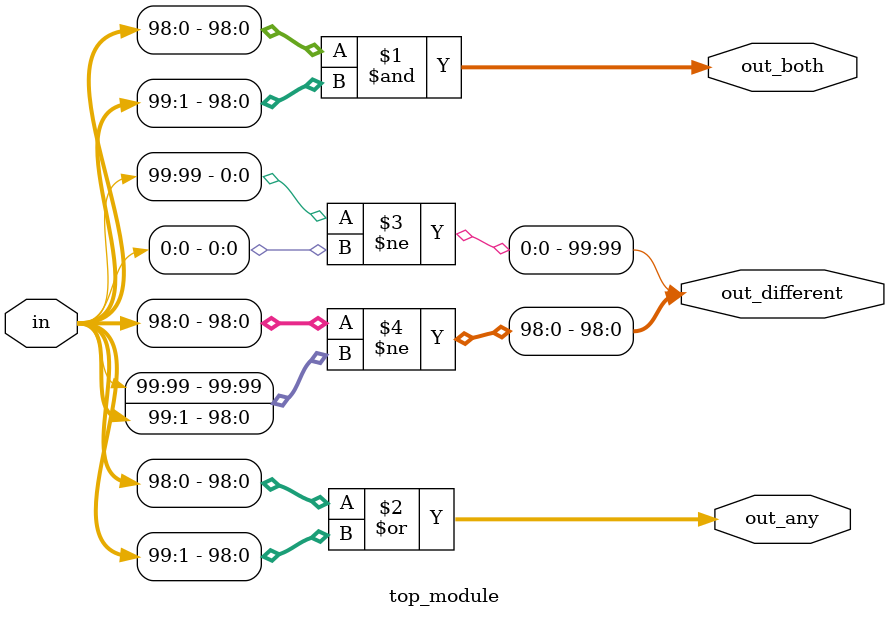
<source format=sv>
module top_module (
	input [99:0] in,
	output [98:0] out_both,
	output [99:1] out_any,
	output [99:0] out_different
);

	// Logic for out_both
	assign out_both[98:0] = in[98:0] & in[99:1];

	// Logic for out_any
	assign out_any[99:1] = in[98:0] | in[99:1];

	// Logic for out_different
	assign out_different[99] = (in[99] != in[0]);
	assign out_different[98:0] = (in[98:0] != {in[99], in[99:1]});

endmodule

</source>
